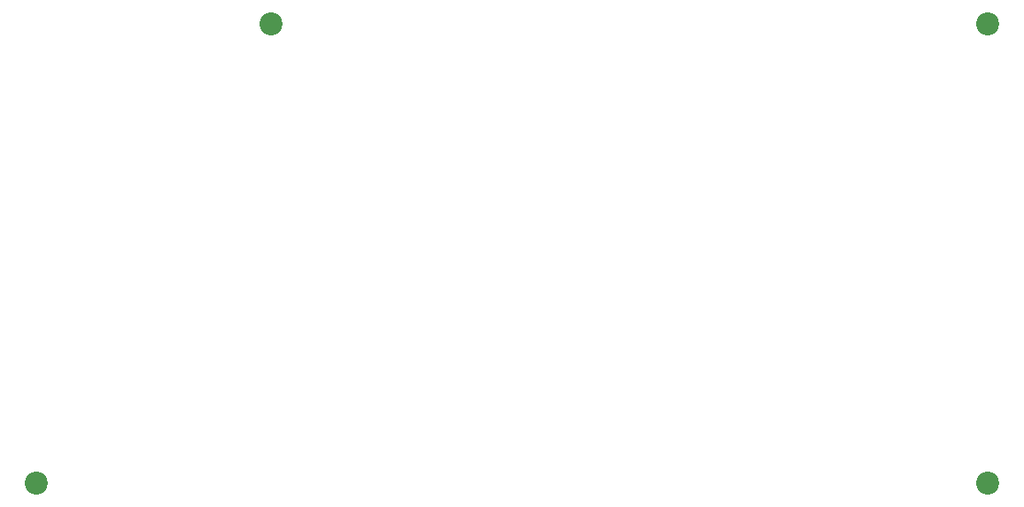
<source format=gbr>
%TF.GenerationSoftware,KiCad,Pcbnew,5.1.10*%
%TF.CreationDate,2021-07-08T20:08:26-05:00*%
%TF.ProjectId,small-paintbrush-hotswap-bottom,736d616c-6c2d-4706-9169-6e7462727573,rev?*%
%TF.SameCoordinates,Original*%
%TF.FileFunction,Soldermask,Bot*%
%TF.FilePolarity,Negative*%
%FSLAX46Y46*%
G04 Gerber Fmt 4.6, Leading zero omitted, Abs format (unit mm)*
G04 Created by KiCad (PCBNEW 5.1.10) date 2021-07-08 20:08:26*
%MOMM*%
%LPD*%
G01*
G04 APERTURE LIST*
%ADD10C,2.200000*%
G04 APERTURE END LIST*
D10*
%TO.C,REF\u002A\u002A*%
X166901737Y-21599424D03*
%TD*%
%TO.C,REF\u002A\u002A*%
X166901739Y-65599426D03*
%TD*%
%TO.C,REF\u002A\u002A*%
X98401737Y-21599424D03*
%TD*%
%TO.C,REF\u002A\u002A*%
X75901739Y-65599424D03*
%TD*%
M02*

</source>
